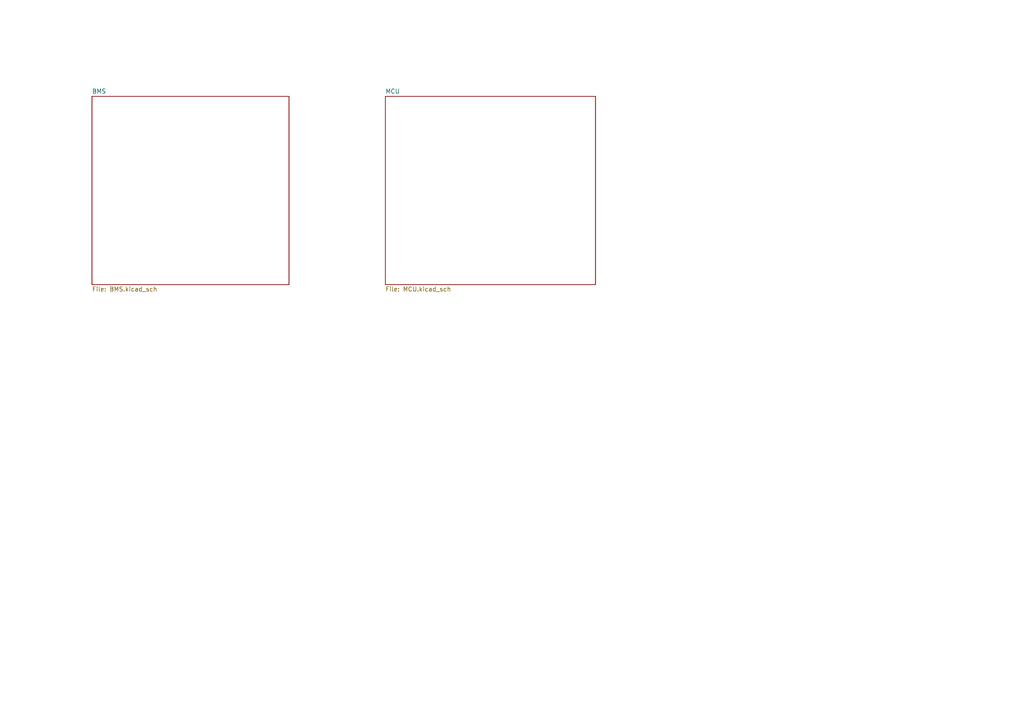
<source format=kicad_sch>
(kicad_sch (version 20230121) (generator eeschema)
  (paper "A4")
  (lib_symbols)
  (sheet (at 26.67 27.94) (size 57.15 54.61) (stroke (width 0.1524))
    (property "Sheetname" "BMS" (at 26.67 27.2284 0) (effects (justify left bottom)))
    (property "Sheetfile" "BMS.kicad_sch" (at 26.67 83.1346 0) (effects (justify left top)))
  )
  (sheet (at 111.76 27.94) (size 60.96 54.61) (stroke (width 0.1524))
    (property "Sheetname" "MCU" (at 111.76 27.2284 0) (effects (justify left bottom)))
    (property "Sheetfile" "MCU.kicad_sch" (at 111.76 83.1346 0) (effects (justify left top)))
  )
)
</source>
